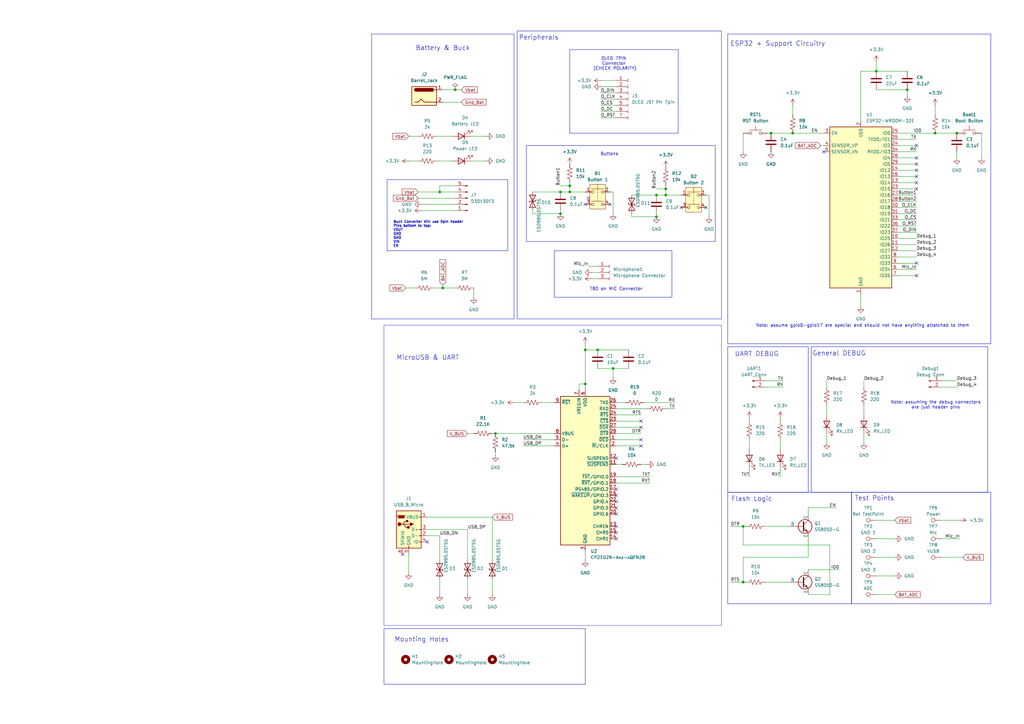
<source format=kicad_sch>
(kicad_sch (version 20231120) (generator "eeschema") (generator_version "8.0")
  (paper "A3")
  (title_block (title "ECE477 Translating Glasses") (date "2025-02-18"))
  (junction (at 229.87 87.63))
  (junction (at 240.03 157.48))
  (junction (at 180.34 78.74))
  (junction (at 240.03 143.51))
  (junction (at 383.54 54.61))
  (junction (at 304.8 215.9))
  (junction (at 251.46 151.13))
  (junction (at 359.41 29.21))
  (junction (at 392.43 54.61))
  (junction (at 186.69 36.83))
  (junction (at 269.24 88.9))
  (junction (at 372.11 36.83))
  (junction (at 269.24 80.01))
  (junction (at 273.05 77.47))
  (junction (at 233.68 76.2))
  (junction (at 229.87 78.74))
  (junction (at 245.11 143.51))
  (junction (at 325.12 54.61))
  (junction (at 304.8 238.76))
  (junction (at 181.61 118.11))
  (junction (at 203.2 177.8))
  (junction (at 233.68 78.74))
  (junction (at 316.23 54.61))
  (junction (at 273.05 80.01))
  (no_connect (at 252.73 218.44))
  (no_connect (at 252.73 187.96))
  (no_connect (at 375.92 77.47))
  (no_connect (at 337.82 62.23))
  (no_connect (at 175.26 222.25))
  (no_connect (at 375.92 74.93))
  (no_connect (at 262.89 182.88))
  (no_connect (at 262.89 180.34))
  (no_connect (at 375.92 67.31))
  (no_connect (at 240.03 83.82))
  (no_connect (at 165.1 227.33))
  (no_connect (at 375.92 113.03))
  (no_connect (at 250.19 83.82))
  (no_connect (at 252.73 200.66))
  (no_connect (at 252.73 208.28))
  (no_connect (at 279.4 85.09))
  (no_connect (at 262.89 172.72))
  (no_connect (at 252.73 205.74))
  (no_connect (at 375.92 59.69))
  (no_connect (at 289.56 85.09))
  (no_connect (at 252.73 210.82))
  (no_connect (at 375.92 64.77))
  (no_connect (at 375.92 72.39))
  (no_connect (at 241.3 81.28))
  (no_connect (at 252.73 215.9))
  (no_connect (at 375.92 69.85))
  (no_connect (at 262.89 175.26))
  (no_connect (at 375.92 107.95))
  (no_connect (at 252.73 203.2))
  (no_connect (at 252.73 220.98))
  (wire (pts (xy 368.3 95.25) (xy 375.92 95.25)))
  (wire (pts (xy 368.3 107.95) (xy 375.92 107.95)))
  (wire (pts (xy 229.87 78.74) (xy 233.68 78.74)))
  (wire (pts (xy 368.3 113.03) (xy 375.92 113.03)))
  (wire (pts (xy 246.38 45.72) (xy 252.73 45.72)))
  (wire (pts (xy 331.47 208.28) (xy 342.9 208.28)))
  (wire (pts (xy 359.41 220.98) (xy 367.03 220.98)))
  (wire (pts (xy 307.34 191.77) (xy 307.34 195.58)))
  (wire (pts (xy 339.09 156.21) (xy 339.09 158.75)))
  (wire (pts (xy 313.69 215.9) (xy 323.85 215.9)))
  (wire (pts (xy 240.03 140.97) (xy 240.03 143.51)))
  (wire (pts (xy 331.47 243.84) (xy 340.36 243.84)))
  (wire (pts (xy 233.68 74.93) (xy 233.68 76.2)))
  (wire (pts (xy 353.06 120.65) (xy 353.06 125.73)))
  (wire (pts (xy 218.44 78.74) (xy 229.87 78.74)))
  (wire (pts (xy 304.8 238.76) (xy 306.07 238.76)))
  (wire (pts (xy 304.8 228.6) (xy 304.8 238.76)))
  (wire (pts (xy 290.83 80.01) (xy 290.83 88.9)))
  (wire (pts (xy 175.26 217.17) (xy 191.77 217.17)))
  (wire (pts (xy 299.72 215.9) (xy 304.8 215.9)))
  (wire (pts (xy 203.2 177.8) (xy 227.33 177.8)))
  (wire (pts (xy 191.77 237.49) (xy 191.77 243.84)))
  (wire (pts (xy 273.05 76.2) (xy 273.05 77.47)))
  (wire (pts (xy 252.73 170.18) (xy 262.89 170.18)))
  (wire (pts (xy 269.24 77.47) (xy 273.05 77.47)))
  (wire (pts (xy 251.46 151.13) (xy 257.81 151.13)))
  (wire (pts (xy 368.3 82.55) (xy 375.92 82.55)))
  (wire (pts (xy 229.87 86.36) (xy 229.87 87.63)))
  (wire (pts (xy 180.34 76.2) (xy 180.34 78.74)))
  (wire (pts (xy 233.68 76.2) (xy 233.68 78.74)))
  (wire (pts (xy 251.46 151.13) (xy 251.46 154.94)))
  (wire (pts (xy 246.38 48.26) (xy 252.73 48.26)))
  (wire (pts (xy 186.69 36.83) (xy 189.23 36.83)))
  (wire (pts (xy 252.73 167.64) (xy 265.43 167.64)))
  (wire (pts (xy 368.3 87.63) (xy 375.92 87.63)))
  (wire (pts (xy 177.8 118.11) (xy 181.61 118.11)))
  (wire (pts (xy 307.34 180.34) (xy 307.34 184.15)))
  (wire (pts (xy 229.87 76.2) (xy 233.68 76.2)))
  (wire (pts (xy 354.33 156.21) (xy 354.33 158.75)))
  (wire (pts (xy 368.3 54.61) (xy 383.54 54.61)))
  (wire (pts (xy 172.72 83.82) (xy 186.69 83.82)))
  (wire (pts (xy 313.69 238.76) (xy 323.85 238.76)))
  (wire (pts (xy 368.3 59.69) (xy 375.92 59.69)))
  (wire (pts (xy 201.93 177.8) (xy 203.2 177.8)))
  (wire (pts (xy 386.08 213.36) (xy 393.7 213.36)))
  (wire (pts (xy 368.3 90.17) (xy 375.92 90.17)))
  (wire (pts (xy 171.45 81.28) (xy 186.69 81.28)))
  (wire (pts (xy 290.83 80.01) (xy 289.56 80.01)))
  (wire (pts (xy 181.61 36.83) (xy 186.69 36.83)))
  (wire (pts (xy 245.11 151.13) (xy 251.46 151.13)))
  (wire (pts (xy 252.73 180.34) (xy 262.89 180.34)))
  (wire (pts (xy 386.08 220.98) (xy 393.7 220.98)))
  (wire (pts (xy 386.08 228.6) (xy 394.97 228.6)))
  (wire (pts (xy 359.41 25.4) (xy 359.41 29.21)))
  (wire (pts (xy 325.12 54.61) (xy 337.82 54.61)))
  (wire (pts (xy 269.24 87.63) (xy 269.24 88.9)))
  (wire (pts (xy 331.47 233.68) (xy 344.17 233.68)))
  (wire (pts (xy 252.73 190.5) (xy 255.27 190.5)))
  (wire (pts (xy 180.34 78.74) (xy 186.69 78.74)))
  (wire (pts (xy 368.3 74.93) (xy 375.92 74.93)))
  (wire (pts (xy 354.33 166.37) (xy 354.33 170.18)))
  (wire (pts (xy 320.04 171.45) (xy 320.04 172.72)))
  (wire (pts (xy 325.12 43.18) (xy 325.12 46.99)))
  (wire (pts (xy 359.41 236.22) (xy 367.03 236.22)))
  (wire (pts (xy 339.09 166.37) (xy 339.09 170.18)))
  (wire (pts (xy 259.08 80.01) (xy 269.24 80.01)))
  (wire (pts (xy 201.93 212.09) (xy 201.93 229.87)))
  (wire (pts (xy 218.44 86.36) (xy 218.44 87.63)))
  (wire (pts (xy 359.41 243.84) (xy 367.03 243.84)))
  (wire (pts (xy 259.08 87.63) (xy 259.08 88.9)))
  (wire (pts (xy 167.64 66.04) (xy 171.45 66.04)))
  (wire (pts (xy 265.43 190.5) (xy 262.89 190.5)))
  (wire (pts (xy 181.61 116.84) (xy 181.61 118.11)))
  (wire (pts (xy 246.38 35.56) (xy 252.73 35.56)))
  (wire (pts (xy 368.3 80.01) (xy 375.92 80.01)))
  (wire (pts (xy 246.38 43.18) (xy 252.73 43.18)))
  (wire (pts (xy 314.96 54.61) (xy 316.23 54.61)))
  (wire (pts (xy 180.34 219.71) (xy 180.34 229.87)))
  (wire (pts (xy 313.69 158.75) (xy 321.31 158.75)))
  (wire (pts (xy 252.73 177.8) (xy 262.89 177.8)))
  (wire (pts (xy 246.38 38.1) (xy 252.73 38.1)))
  (wire (pts (xy 240.03 226.06) (xy 240.03 229.87)))
  (wire (pts (xy 368.3 57.15) (xy 375.92 57.15)))
  (wire (pts (xy 383.54 43.18) (xy 383.54 46.99)))
  (wire (pts (xy 368.3 100.33) (xy 375.92 100.33)))
  (wire (pts (xy 368.3 102.87) (xy 375.92 102.87)))
  (wire (pts (xy 368.3 97.79) (xy 375.92 97.79)))
  (wire (pts (xy 175.26 212.09) (xy 201.93 212.09)))
  (wire (pts (xy 237.49 157.48) (xy 240.03 157.48)))
  (wire (pts (xy 368.3 77.47) (xy 375.92 77.47)))
  (wire (pts (xy 193.04 66.04) (xy 199.39 66.04)))
  (wire (pts (xy 368.3 72.39) (xy 375.92 72.39)))
  (wire (pts (xy 191.77 177.8) (xy 194.31 177.8)))
  (wire (pts (xy 203.2 185.42) (xy 203.2 186.69)))
  (wire (pts (xy 368.3 64.77) (xy 375.92 64.77)))
  (wire (pts (xy 252.73 172.72) (xy 262.89 172.72)))
  (wire (pts (xy 368.3 62.23) (xy 375.92 62.23)))
  (wire (pts (xy 353.06 29.21) (xy 353.06 49.53)))
  (wire (pts (xy 359.41 213.36) (xy 367.03 213.36)))
  (wire (pts (xy 193.04 55.88) (xy 199.39 55.88)))
  (wire (pts (xy 402.59 54.61) (xy 402.59 64.77)))
  (wire (pts (xy 251.46 78.74) (xy 251.46 87.63)))
  (wire (pts (xy 241.3 109.22) (xy 245.11 109.22)))
  (wire (pts (xy 252.73 182.88) (xy 262.89 182.88)))
  (wire (pts (xy 320.04 180.34) (xy 320.04 184.15)))
  (wire (pts (xy 240.03 157.48) (xy 240.03 160.02)))
  (wire (pts (xy 245.11 143.51) (xy 257.81 143.51)))
  (wire (pts (xy 179.07 66.04) (xy 185.42 66.04)))
  (wire (pts (xy 368.3 69.85) (xy 375.92 69.85)))
  (wire (pts (xy 167.64 227.33) (xy 167.64 234.95)))
  (wire (pts (xy 337.82 59.69) (xy 336.55 59.69)))
  (wire (pts (xy 273.05 167.64) (xy 276.86 167.64)))
  (wire (pts (xy 339.09 177.8) (xy 339.09 181.61)))
  (wire (pts (xy 214.63 182.88) (xy 227.33 182.88)))
  (wire (pts (xy 167.64 55.88) (xy 171.45 55.88)))
  (wire (pts (xy 273.05 77.47) (xy 273.05 80.01)))
  (wire (pts (xy 233.68 78.74) (xy 240.03 78.74)))
  (wire (pts (xy 386.08 156.21) (xy 392.43 156.21)))
  (wire (pts (xy 210.82 165.1) (xy 214.63 165.1)))
  (wire (pts (xy 240.03 143.51) (xy 245.11 143.51)))
  (wire (pts (xy 246.38 33.02) (xy 252.73 33.02)))
  (wire (pts (xy 304.8 215.9) (xy 306.07 215.9)))
  (wire (pts (xy 316.23 54.61) (xy 325.12 54.61)))
  (wire (pts (xy 340.36 243.84) (xy 340.36 223.52)))
  (wire (pts (xy 386.08 158.75) (xy 392.43 158.75)))
  (wire (pts (xy 251.46 78.74) (xy 250.19 78.74)))
  (wire (pts (xy 368.3 92.71) (xy 375.92 92.71)))
  (wire (pts (xy 259.08 88.9) (xy 269.24 88.9)))
  (wire (pts (xy 252.73 198.12) (xy 266.7 198.12)))
  (wire (pts (xy 304.8 54.61) (xy 304.8 62.23)))
  (wire (pts (xy 331.47 220.98) (xy 331.47 228.6)))
  (wire (pts (xy 331.47 228.6) (xy 304.8 228.6)))
  (wire (pts (xy 246.38 40.64) (xy 252.73 40.64)))
  (wire (pts (xy 383.54 54.61) (xy 392.43 54.61)))
  (wire (pts (xy 252.73 175.26) (xy 262.89 175.26)))
  (wire (pts (xy 320.04 191.77) (xy 320.04 195.58)))
  (wire (pts (xy 240.03 143.51) (xy 240.03 157.48)))
  (wire (pts (xy 264.16 165.1) (xy 276.86 165.1)))
  (wire (pts (xy 304.8 223.52) (xy 304.8 215.9)))
  (wire (pts (xy 359.41 29.21) (xy 372.11 29.21)))
  (wire (pts (xy 242.57 111.76) (xy 245.11 111.76)))
  (wire (pts (xy 331.47 210.82) (xy 331.47 208.28)))
  (wire (pts (xy 372.11 36.83) (xy 372.11 39.37)))
  (wire (pts (xy 359.41 228.6) (xy 367.03 228.6)))
  (wire (pts (xy 368.3 85.09) (xy 375.92 85.09)))
  (wire (pts (xy 172.72 86.36) (xy 186.69 86.36)))
  (wire (pts (xy 181.61 41.91) (xy 189.23 41.91)))
  (wire (pts (xy 242.57 114.3) (xy 245.11 114.3)))
  (wire (pts (xy 252.73 195.58) (xy 266.7 195.58)))
  (wire (pts (xy 218.44 87.63) (xy 229.87 87.63)))
  (wire (pts (xy 307.34 171.45) (xy 307.34 172.72)))
  (wire (pts (xy 392.43 62.23) (xy 392.43 64.77)))
  (wire (pts (xy 252.73 165.1) (xy 256.54 165.1)))
  (wire (pts (xy 179.07 55.88) (xy 185.42 55.88)))
  (wire (pts (xy 269.24 80.01) (xy 273.05 80.01)))
  (wire (pts (xy 214.63 180.34) (xy 227.33 180.34)))
  (wire (pts (xy 186.69 76.2) (xy 180.34 76.2)))
  (wire (pts (xy 299.72 238.76) (xy 304.8 238.76)))
  (wire (pts (xy 273.05 80.01) (xy 279.4 80.01)))
  (wire (pts (xy 175.26 219.71) (xy 180.34 219.71)))
  (wire (pts (xy 359.41 36.83) (xy 372.11 36.83)))
  (wire (pts (xy 368.3 105.41) (xy 375.92 105.41)))
  (wire (pts (xy 368.3 110.49) (xy 375.92 110.49)))
  (wire (pts (xy 237.49 160.02) (xy 237.49 157.48)))
  (wire (pts (xy 201.93 237.49) (xy 201.93 243.84)))
  (wire (pts (xy 180.34 237.49) (xy 180.34 243.84)))
  (wire (pts (xy 194.31 118.11) (xy 194.31 121.92)))
  (wire (pts (xy 222.25 165.1) (xy 227.33 165.1)))
  (wire (pts (xy 313.69 156.21) (xy 321.31 156.21)))
  (wire (pts (xy 359.41 29.21) (xy 353.06 29.21)))
  (wire (pts (xy 171.45 78.74) (xy 180.34 78.74)))
  (wire (pts (xy 340.36 223.52) (xy 304.8 223.52)))
  (wire (pts (xy 181.61 118.11) (xy 186.69 118.11)))
  (wire (pts (xy 354.33 177.8) (xy 354.33 181.61)))
  (wire (pts (xy 368.3 67.31) (xy 375.92 67.31)))
  (wire (pts (xy 191.77 217.17) (xy 191.77 229.87)))
  (wire (pts (xy 166.37 118.11) (xy 170.18 118.11)))
  (rectangle (start 349.25 201.93) (end 406.4 247.65))
  (rectangle (start 332.74 142.24) (end 405.13 201.93))
  (rectangle (start 298.45 201.93) (end 349.25 247.65))
  (rectangle (start 227.33 102.87) (end 275.59 121.92))
  (rectangle (start 298.45 142.24) (end 331.47 201.93))
  (rectangle (start 215.9 59.69) (end 293.37 99.06))
  (rectangle (start 158.75 73.66) (end 208.28 102.87))
  (rectangle (start 298.45 13.97) (end 406.4 140.97))
  (rectangle (start 172.72 97.79) (end 172.72 97.79))
  (rectangle (start 233.68 20.32) (end 278.13 54.61))
  (rectangle (start 152.4 13.97) (end 210.82 130.81))
  (rectangle (start 157.48 257.81) (end 240.03 280.67))
  (rectangle (start 212.09 12.7) (end 295.91 130.81))
  (rectangle (start 157.48 133.35) (end 295.91 256.54) (stroke (width 0.127)))
  (text "Buttons" (at 249.936 63.246 0) (effects (font (size 1.27 1.27))))
  (text "Note: assume gpio0-gpio17 are special and should not have anything attatched to them" (at 353.822 133.604 0) (effects (font (size 1.27 1.27))))
  (text "Note: assuming the debug connectors\nare just header pins" (at 383.794 166.116 0) (effects (font (size 1.27 1.27))))
  (text "UART DEBUG" (at 310.388 145.288 0) (effects (font (size 1.905 1.905))))
  (text "Peripherals" (at 220.98 15.494 0) (effects (font (size 1.905 1.905))))
  (text "Mounting Holes" (at 172.974 262.382 0) (effects (font (size 1.905 1.905))))
  (text "MicroUSB & UART" (at 175.514 146.812 0) (effects (font (size 1.905 1.905))))
  (text "OLED 7PIN \nConnector \n(CHECK POLARITY)" (at 252.222 26.162 0) (effects (font (size 1.27 1.27))))
  (text "Test Points" (at 358.648 204.47 0) (effects (font (size 1.905 1.905))))
  (text "General DEBUG" (at 344.17 145.034 0) (effects (font (size 1.905 1.905))))
  (text "TBD on MIC Connector" (at 252.73 118.618 0) (effects (font (size 1.27 1.27))))
  (text "ESP32 + Support Circuitry" (at 319.024 18.034 0) (effects (font (size 1.905 1.905))))
  (text "Buck Converter Will use 5pin header\nPins bottom to top:\nVOUT\nGND\nGND\nVIN\nEN" (at 161.29 96.012 0) (effects (font (size 1.016 1.016) (thickness 0.2032) (bold yes)) (justify left)))
  (text "Battery & Buck" (at 181.61 19.812 0) (effects (font (size 1.905 1.905))))
  (text "Flash Logic" (at 308.356 204.724 0) (effects (font (size 1.905 1.905))))
  (label "RX" (at 375.92 62.23 180))
  (label "Button2" (at 375.92 82.55 180))
  (label "USB_DN" (at 180.34 219.71 0))
  (label "TX" (at 321.31 156.21 180))
  (label "TXT" (at 307.34 195.58 180))
  (label "O_DC" (at 375.92 87.63 180))
  (label "RXT" (at 320.04 195.58 180))
  (label "Debug_2" (at 354.33 156.21 0))
  (label "O_DIN" (at 246.38 38.1 0))
  (label "RX" (at 321.31 158.75 180))
  (label "Button1" (at 375.92 80.01 180))
  (label "Debug_4" (at 375.92 105.41 0))
  (label "Debug_4" (at 392.43 158.75 0))
  (label "USB_DP" (at 191.77 217.17 0))
  (label "Mic_In" (at 375.92 110.49 180))
  (label "EN" (at 342.9 208.28 180))
  (label "O_CLK" (at 375.92 85.09 180))
  (label "Debug_3" (at 392.43 156.21 0))
  (label "TX" (at 276.86 167.64 180))
  (label "RTS" (at 262.89 170.18 180))
  (label "Debug_1" (at 339.09 156.21 0))
  (label "RX" (at 276.86 165.1 180))
  (label "IO0" (at 374.65 54.61 0))
  (label "O_DC" (at 246.38 45.72 0))
  (label "O_RST" (at 375.92 92.71 180))
  (label "Debug_1" (at 375.92 97.79 0))
  (label "Debug_3" (at 375.92 102.87 0))
  (label "DTR" (at 299.72 215.9 0))
  (label "O_CS" (at 375.92 90.17 180))
  (label "O_CLK" (at 246.38 40.64 0))
  (label "Button2" (at 269.24 77.47 90))
  (label "O_RST" (at 246.38 48.26 0))
  (label "Mic_In" (at 393.7 220.98 180))
  (label "DTR" (at 262.89 177.8 180))
  (label "EN" (at 332.74 54.61 0))
  (label "USB_DN" (at 214.63 180.34 0))
  (label "RXT" (at 266.7 198.12 180))
  (label "Mic_In" (at 241.3 109.22 180))
  (label "TXT" (at 266.7 195.58 180))
  (label "Button1" (at 229.87 76.2 90))
  (label "TX" (at 375.92 57.15 180))
  (label "Debug_2" (at 375.92 100.33 0))
  (label "O_DIN" (at 375.92 95.25 180))
  (label "RTS" (at 299.72 238.76 0))
  (label "IO0" (at 344.17 233.68 180))
  (label "USB_DP" (at 214.63 182.88 0))
  (label "O_CS" (at 246.38 43.18 0))
  (global_label "V_BUS" (shape input) (at 191.77 177.8 180) (property "Intersheetrefs" "${INTERSHEET_REFS}" (effects (hide yes))))
  (global_label "Gnd_Bat" (shape input) (at 189.23 41.91 0) (property "Intersheetrefs" "${INTERSHEET_REFS}" (effects (hide yes))))
  (global_label "Vbat" (shape input) (at 166.37 118.11 180) (property "Intersheetrefs" "${INTERSHEET_REFS}" (effects (hide yes))))
  (global_label "V_BUS" (shape input) (at 394.97 228.6 0) (property "Intersheetrefs" "${INTERSHEET_REFS}" (effects (hide yes))))
  (global_label "Vbat" (shape input) (at 189.23 36.83 0) (property "Intersheetrefs" "${INTERSHEET_REFS}" (effects (hide yes))))
  (global_label "Vbat" (shape input) (at 167.64 55.88 180) (property "Intersheetrefs" "${INTERSHEET_REFS}" (effects (hide yes))))
  (global_label "Vbat" (shape input) (at 171.45 78.74 180) (property "Intersheetrefs" "${INTERSHEET_REFS}" (effects (hide yes))))
  (global_label "BAT_ADC" (shape input) (at 181.61 116.84 90) (property "Intersheetrefs" "${INTERSHEET_REFS}" (effects (hide yes))))
  (global_label "BAT_ADC" (shape input) (at 336.55 59.69 180) (property "Intersheetrefs" "${INTERSHEET_REFS}" (effects (hide yes))))
  (global_label "Vbat" (shape input) (at 367.03 213.36 0) (property "Intersheetrefs" "${INTERSHEET_REFS}" (effects (hide yes))))
  (global_label "V_BUS" (shape input) (at 201.93 212.09 0) (property "Intersheetrefs" "${INTERSHEET_REFS}" (effects (hide yes))))
  (global_label "BAT_ADC" (shape input) (at 367.03 243.84 0) (property "Intersheetrefs" "${INTERSHEET_REFS}" (effects (hide yes))))
  (global_label "Gnd_Bat" (shape input) (at 171.45 81.28 180) (property "Intersheetrefs" "${INTERSHEET_REFS}" (effects (hide yes))))
  (symbol (lib_id "Device:R_US") (at 175.26 66.04 90) (unit 1)
    (property "Reference" "R13" (at 175.26 59.69 90))
    (property "Value" "220" (at 175.26 62.23 90))
    (property "Footprint" "Resistor_SMD:R_0805_2012Metric_Pad1.20x1.40mm_HandSolder" (effects (hide yes)))
    (property "Description" "Resistor, US symbol" (effects (hide yes)))
  )
  (symbol (lib_id "Device:R_US") (at 259.08 190.5 270) (unit 1)
    (property "Reference" "R4" (at 259.08 184.15 90))
    (property "Value" "10k" (at 259.08 186.69 90))
    (property "Footprint" "Resistor_SMD:R_0805_2012Metric_Pad1.20x1.40mm_HandSolder" (effects (hide yes)))
    (property "Description" "Resistor, US symbol" (effects (hide yes)))
  )
  (symbol (lib_id "Connector:TestPoint") (at 386.08 228.6 90) (unit 1)
    (property "Reference" "TP8" (at 382.778 223.52 90))
    (property "Value" "VUSB" (at 382.778 226.06 90))
    (property "Footprint" "TestPoint:TestPoint_Keystone_5010-5014_Multipurpose" (effects (hide yes)))
    (property "Description" "test point" (effects (hide yes)))
  )
  (symbol (lib_id "power:GND") (at 269.24 88.9 0) (unit 1)
    (property "Reference" "#PWR026" (effects (hide yes)))
    (property "Value" "GND" (at 269.24 93.98 0))
    (property "Description" "Power symbol creates a global label with name \"GND\" , ground" (effects (hide yes)))
  )
  (symbol (lib_id "Switch:SW_Push") (at 397.51 54.61 0) (unit 1)
    (property "Reference" "Boot1" (at 397.51 46.99 0))
    (property "Value" "Boot Button" (at 397.51 49.53 0))
    (property "Footprint" "Button_Switch_THT:SW_PUSH_1P1T_6x3.5mm_H4.3_APEM_MJTP1243" (effects (hide yes)))
    (property "Description" "Push button switch, generic, two pins" (effects (hide yes)))
  )
  (symbol (lib_id "Device:R_US") (at 233.68 71.12 0) (unit 1)
    (property "Reference" "R11" (at 236.22 69.8499 0) (effects (justify left)))
    (property "Value" "10k" (at 236.22 72.3899 0) (effects (justify left)))
    (property "Footprint" "Resistor_SMD:R_0805_2012Metric_Pad1.20x1.40mm_HandSolder" (effects (hide yes)))
    (property "Description" "Resistor, US symbol" (effects (hide yes)))
  )
  (symbol (lib_id "power:GND") (at 201.93 243.84 0) (unit 1)
    (property "Reference" "#PWR01" (effects (hide yes)))
    (property "Value" "GND" (at 201.93 248.92 0))
    (property "Description" "Power symbol creates a global label with name \"GND\" , ground" (effects (hide yes)))
  )
  (symbol (lib_id "Connector:TestPoint") (at 359.41 220.98 90) (unit 1)
    (property "Reference" "TP2" (at 356.108 215.9 90))
    (property "Value" "GND 1" (at 356.108 218.44 90))
    (property "Footprint" "TestPoint:TestPoint_Keystone_5010-5014_Multipurpose" (effects (hide yes)))
    (property "Description" "test point" (effects (hide yes)))
  )
  (symbol (lib_id "Device:R_US") (at 218.44 165.1 270) (unit 1)
    (property "Reference" "R3" (at 218.44 158.75 90))
    (property "Value" "2k" (at 218.44 161.29 90))
    (property "Footprint" "Resistor_SMD:R_0805_2012Metric_Pad1.20x1.40mm_HandSolder" (effects (hide yes)))
    (property "Description" "Resistor, US symbol" (effects (hide yes)))
  )
  (symbol (lib_id "Device:D_TVS") (at 259.08 83.82 90) (unit 1)
    (property "Reference" "D11" (at 262.89 83.312 90) (effects (justify right)))
    (property "Value" "ESD9B5.0ST5G" (at 261.62 85.0899 0) (effects (justify left)))
    (property "Footprint" "Diode_SMD:D_SOD-923" (effects (hide yes)))
    (property "Description" "Bidirectional transient-voltage-suppression diode" (effects (hide yes)))
  )
  (symbol (lib_id "power:GND") (at 246.38 35.56 270) (unit 1)
    (property "Reference" "#PWR023" (effects (hide yes)))
    (property "Value" "GND" (at 242.57 35.5599 90) (effects (justify right)))
    (property "Description" "Power symbol creates a global label with name \"GND\" , ground" (effects (hide yes)))
  )
  (symbol (lib_id "Device:R_US") (at 260.35 165.1 270) (unit 1)
    (property "Reference" "R19" (at 260.35 158.75 90))
    (property "Value" "0" (at 260.35 161.29 90))
    (property "Footprint" "Resistor_SMD:R_0805_2012Metric_Pad1.20x1.40mm_HandSolder" (effects (hide yes)))
    (property "Description" "Resistor, US symbol" (effects (hide yes)))
  )
  (symbol (lib_id "power:+3.3V") (at 359.41 25.4 0) (unit 1)
    (property "Reference" "#PWR020" (effects (hide yes)))
    (property "Value" "+3.3V" (at 359.41 20.32 0))
    (property "Description" "Power symbol creates a global label with name \"+3.3V\"" (effects (hide yes)))
  )
  (symbol (lib_id "Device:LED") (at 189.23 66.04 180) (unit 1)
    (property "Reference" "D5" (at 190.8175 58.42 0))
    (property "Value" "Power LED" (at 190.8175 60.96 0))
    (property "Footprint" "LED_SMD:LED_0805_2012Metric_Pad1.15x1.40mm_HandSolder" (effects (hide yes)))
    (property "Description" "Light emitting diode" (effects (hide yes)))
  )
  (symbol (lib_id "Device:R_US") (at 273.05 72.39 0) (unit 1)
    (property "Reference" "R12" (at 275.59 71.1199 0) (effects (justify left)))
    (property "Value" "10k" (at 275.59 73.6599 0) (effects (justify left)))
    (property "Footprint" "Resistor_SMD:R_0805_2012Metric_Pad1.20x1.40mm_HandSolder" (effects (hide yes)))
    (property "Description" "Resistor, US symbol" (effects (hide yes)))
  )
  (symbol (lib_id "Mechanical:MountingHole") (at 201.93 270.51 0) (unit 1) (exclude_from_sim yes) (in_bom no)
    (property "Reference" "H3" (at 204.47 269.2399 0) (effects (justify left)))
    (property "Value" "MountingHole" (at 204.47 271.7799 0) (effects (justify left)))
    (property "Footprint" "MountingHole:MountingHole_2.5mm" (effects (hide yes)))
    (property "Description" "Mounting Hole without connection" (effects (hide yes)))
  )
  (symbol (lib_id "power:GND") (at 199.39 66.04 90) (unit 1)
    (property "Reference" "#PWR032" (effects (hide yes)))
    (property "Value" "GND" (at 203.2 66.0399 90) (effects (justify right)))
    (property "Description" "Power symbol creates a global label with name \"GND\" , ground" (effects (hide yes)))
  )
  (symbol (lib_id "power:GND") (at 172.72 83.82 270) (unit 1)
    (property "Reference" "#PWR041" (effects (hide yes)))
    (property "Value" "GND" (at 168.91 83.8199 90) (effects (justify right)))
    (property "Description" "Power symbol creates a global label with name \"GND\" , ground" (effects (hide yes)))
  )
  (symbol (lib_id "power:+3.3V") (at 240.03 140.97 0) (unit 1)
    (property "Reference" "#PWR08" (effects (hide yes)))
    (property "Value" "+3.3V" (at 240.03 135.89 0))
    (property "Description" "Power symbol creates a global label with name \"+3.3V\"" (effects (hide yes)))
  )
  (symbol (lib_id "power:GND") (at 304.8 62.23 0) (unit 1)
    (property "Reference" "#PWR016" (effects (hide yes)))
    (property "Value" "GND" (at 304.8 67.31 0))
    (property "Description" "Power symbol creates a global label with name \"GND\" , ground" (effects (hide yes)))
  )
  (symbol (lib_id "power:GND") (at 191.77 243.84 0) (unit 1)
    (property "Reference" "#PWR03" (effects (hide yes)))
    (property "Value" "GND" (at 191.77 248.92 0))
    (property "Description" "Power symbol creates a global label with name \"GND\" , ground" (effects (hide yes)))
  )
  (symbol (lib_id "power:+3.3V") (at 242.57 114.3 90) (unit 1)
    (property "Reference" "#PWR029" (effects (hide yes)))
    (property "Value" "+3.3V" (at 238.76 114.2999 90) (effects (justify left)))
    (property "Description" "Power symbol creates a global label with name \"+3.3V\"" (effects (hide yes)))
  )
  (symbol (lib_id "power:GND") (at 372.11 39.37 0) (unit 1)
    (property "Reference" "#PWR021" (effects (hide yes)))
    (property "Value" "GND" (at 372.11 44.45 0))
    (property "Description" "Power symbol creates a global label with name \"GND\" , ground" (effects (hide yes)))
  )
  (symbol (lib_id "Device:R_US") (at 325.12 50.8 180) (unit 1)
    (property "Reference" "R8" (at 327.66 49.5299 0) (effects (justify right)))
    (property "Value" "10k" (at 327.66 52.0699 0) (effects (justify right)))
    (property "Footprint" "Resistor_SMD:R_0805_2012Metric_Pad1.20x1.40mm_HandSolder" (effects (hide yes)))
    (property "Description" "Resistor, US symbol" (effects (hide yes)))
  )
  (symbol (lib_id "Mechanical:MountingHole") (at 166.37 270.51 0) (unit 1) (exclude_from_sim yes) (in_bom no)
    (property "Reference" "H1" (at 168.91 269.2399 0) (effects (justify left)))
    (property "Value" "MountingHole" (at 168.91 271.7799 0) (effects (justify left)))
    (property "Footprint" "MountingHole:MountingHole_2.5mm" (effects (hide yes)))
    (property "Description" "Mounting Hole without connection" (effects (hide yes)))
  )
  (symbol (lib_id "Device:LED") (at 339.09 173.99 90) (unit 1)
    (property "Reference" "D8" (at 342.9 174.3074 90) (effects (justify right)))
    (property "Value" "RX_LED" (at 342.9 176.8474 90) (effects (justify right)))
    (property "Footprint" "LED_SMD:LED_0805_2012Metric_Pad1.15x1.40mm_HandSolder" (effects (hide yes)))
    (property "Description" "Light emitting diode" (effects (hide yes)))
  )
  (symbol (lib_id "Connector:USB_B_Micro") (at 167.64 217.17 0) (unit 1)
    (property "Reference" "J1" (at 167.64 204.47 0))
    (property "Value" "USB_B_Micro" (at 167.64 207.01 0))
    (property "Footprint" "Connector_USB:USB_Micro-B_Wuerth_614105150721_Vertical" (effects (hide yes)))
    (property "Description" "USB Micro Type B connector" (effects (hide yes)))
  )
  (symbol (lib_id "Device:R_US") (at 339.09 162.56 0) (unit 1)
    (property "Reference" "R17" (at 341.63 161.2899 0) (effects (justify left)))
    (property "Value" "220" (at 341.63 163.8299 0) (effects (justify left)))
    (property "Footprint" "Resistor_SMD:R_0805_2012Metric_Pad1.20x1.40mm_HandSolder" (effects (hide yes)))
    (property "Description" "Resistor, US symbol" (effects (hide yes)))
  )
  (symbol (lib_id "Device:C") (at 269.24 83.82 0) (unit 1)
    (property "Reference" "C9" (at 273.05 82.5499 0) (effects (justify left)))
    (property "Value" "0.1uF" (at 273.05 85.0899 0) (effects (justify left)))
    (property "Footprint" "Capacitor_SMD:C_0805_2012Metric_Pad1.18x1.45mm_HandSolder" (effects (hide yes)))
    (property "Description" "Unpolarized capacitor" (effects (hide yes)))
  )
  (symbol (lib_id "Connector:TestPoint") (at 359.41 243.84 90) (unit 1)
    (property "Reference" "TP5" (at 356.108 238.76 90))
    (property "Value" "ADC" (at 356.108 241.3 90))
    (property "Footprint" "TestPoint:TestPoint_Keystone_5010-5014_Multipurpose" (effects (hide yes)))
    (property "Description" "test point" (effects (hide yes)))
  )
  (symbol (lib_id "power:GND") (at 199.39 55.88 90) (unit 1)
    (property "Reference" "#PWR013" (effects (hide yes)))
    (property "Value" "GND" (at 203.2 55.8799 90) (effects (justify right)))
    (property "Description" "Power symbol creates a global label with name \"GND\" , ground" (effects (hide yes)))
  )
  (symbol (lib_id "power:+3.3V") (at 233.68 67.31 0) (unit 1)
    (property "Reference" "#PWR031" (effects (hide yes)))
    (property "Value" "+3.3V" (at 233.68 62.23 0))
    (property "Description" "Power symbol creates a global label with name \"+3.3V\"" (effects (hide yes)))
  )
  (symbol (lib_id "Interface_USB:CP2102N-Axx-xQFN28") (at 240.03 193.04 0) (unit 1)
    (property "Reference" "U2" (at 242.2241 226.06 0) (effects (justify left)))
    (property "Value" "CP2102N-Axx-xQFN28" (at 242.2241 228.6 0) (effects (justify left)))
    (property "Footprint" "Package_DFN_QFN:QFN-28-1EP_5x5mm_P0.5mm_EP3.35x3.35mm" (effects (hide yes)))
    (property "Datasheet" "https://www.silabs.com/documents/public/data-sheets/cp2102n-datasheet.pdf" (effects (hide yes)))
    (property "Description" "USB to UART master bridge, QFN-28" (effects (hide yes)))
  )
  (symbol (lib_id "power:GND") (at 251.46 87.63 0) (unit 1)
    (property "Reference" "#PWR024" (effects (hide yes)))
    (property "Value" "GND" (at 251.46 92.71 0))
    (property "Description" "Power symbol creates a global label with name \"GND\" , ground" (effects (hide yes)))
  )
  (symbol (lib_id "power:+3.3V") (at 172.72 86.36 90) (unit 1)
    (property "Reference" "#PWR040" (effects (hide yes)))
    (property "Value" "+3.3V" (at 168.91 86.3599 90) (effects (justify left)))
    (property "Description" "Power symbol creates a global label with name \"+3.3V\"" (effects (hide yes)))
  )
  (symbol (lib_id "Device:R_US") (at 173.99 118.11 90) (unit 1)
    (property "Reference" "R6" (at 173.99 111.76 90))
    (property "Value" "6M" (at 173.99 114.3 90))
    (property "Footprint" "Resistor_SMD:R_0805_2012Metric_Pad1.20x1.40mm_HandSolder" (effects (hide yes)))
    (property "Description" "Resistor, US symbol" (effects (hide yes)))
  )
  (symbol (lib_id "Device:R_US") (at 320.04 176.53 0) (unit 1)
    (property "Reference" "R16" (at 322.58 175.2599 0) (effects (justify left)))
    (property "Value" "220" (at 322.58 177.7999 0) (effects (justify left)))
    (property "Footprint" "Resistor_SMD:R_0805_2012Metric_Pad1.20x1.40mm_HandSolder" (effects (hide yes)))
    (property "Description" "Resistor, US symbol" (effects (hide yes)))
  )
  (symbol (lib_id "power:+3.3V") (at 393.7 213.36 270) (unit 1)
    (property "Reference" "#PWR043" (effects (hide yes)))
    (property "Value" "+3.3V" (at 397.51 213.3599 90) (effects (justify left)))
    (property "Description" "Power symbol creates a global label with name \"+3.3V\"" (effects (hide yes)))
  )
  (symbol (lib_id "Connector:TestPoint") (at 359.41 213.36 90) (unit 1)
    (property "Reference" "TP1" (at 356.108 208.28 90))
    (property "Value" "Bat TestPoint" (at 356.108 210.82 90))
    (property "Footprint" "TestPoint:TestPoint_Keystone_5010-5014_Multipurpose" (effects (hide yes)))
    (property "Description" "test point" (effects (hide yes)))
  )
  (symbol (lib_id "Simulation_SPICE:NPN") (at 328.93 238.76 0) (unit 1)
    (property "Reference" "Q2" (at 334.01 237.4899 0) (effects (justify left)))
    (property "Value" "SS8050-G" (at 334.01 240.0299 0) (effects (justify left)))
    (property "Footprint" "Package_TO_SOT_SMD:SOT-23" (effects (hide yes)))
    (property "Datasheet" "https://ngspice.sourceforge.io/docs/ngspice-html-manual/manual.xhtml#cha_BJTs" (effects (hide yes)))
    (property "Description" "Bipolar transistor symbol for simulation only, substrate tied to the emitter" (effects (hide yes)))
    (property "Sim.Device" "NPN" (effects (hide yes)))
    (property "Sim.Type" "GUMMELPOON" (effects (hide yes)))
    (property "Sim.Pins" "1=C 2=B 3=E" (effects (hide yes)))
  )
  (symbol (lib_id "Device:R_US") (at 198.12 177.8 270) (unit 1)
    (property "Reference" "R1" (at 198.12 171.45 90))
    (property "Value" "22.1K" (at 198.12 173.99 90))
    (property "Footprint" "Resistor_SMD:R_0805_2012Metric_Pad1.20x1.40mm_HandSolder" (effects (hide yes)))
    (property "Description" "Resistor, US symbol" (effects (hide yes)))
  )
  (symbol (lib_id "power:+3.3V") (at 383.54 43.18 0) (unit 1)
    (property "Reference" "#PWR036" (effects (hide yes)))
    (property "Value" "+3.3V" (at 383.54 38.1 0))
    (property "Description" "Power symbol creates a global label with name \"+3.3V\"" (effects (hide yes)))
  )
  (symbol (lib_id "power:+3.3V") (at 167.64 66.04 90) (unit 1)
    (property "Reference" "#PWR039" (effects (hide yes)))
    (property "Value" "+3.3V" (at 163.83 66.0399 90) (effects (justify left)))
    (property "Description" "Power symbol creates a global label with name \"+3.3V\"" (effects (hide yes)))
  )
  (symbol (lib_id "Device:D_TVS") (at 218.44 82.55 90) (mirror x) (unit 1)
    (property "Reference" "D10" (at 221.996 83.058 90) (effects (justify right)))
    (property "Value" "ESD9B5.0ST5G" (at 220.98 81.2801 0) (effects (justify left)))
    (property "Footprint" "Diode_SMD:D_SOD-923" (effects (hide yes)))
    (property "Description" "Bidirectional transient-voltage-suppression diode" (effects (hide yes)))
  )
  (symbol (lib_id "Device:C") (at 392.43 58.42 180) (unit 1)
    (property "Reference" "C3" (at 396.24 57.1499 0) (effects (justify right)))
    (property "Value" "0.1uF" (at 396.24 59.6899 0) (effects (justify right)))
    (property "Footprint" "Capacitor_SMD:C_0805_2012Metric_Pad1.18x1.45mm_HandSolder" (effects (hide yes)))
    (property "Description" "Unpolarized capacitor" (effects (hide yes)))
  )
  (symbol (lib_id "Connector:TestPoint") (at 386.08 220.98 90) (unit 1)
    (property "Reference" "TP7" (at 382.778 215.9 90))
    (property "Value" "Mic" (at 382.778 218.44 90))
    (property "Footprint" "TestPoint:TestPoint_Keystone_5010-5014_Multipurpose" (effects (hide yes)))
    (property "Description" "test point" (effects (hide yes)))
  )
  (symbol (lib_id "power:+3.3V") (at 307.34 171.45 0) (unit 1)
    (property "Reference" "#PWR034" (effects (hide yes)))
    (property "Value" "+3.3V" (at 307.34 166.37 0))
    (property "Description" "Power symbol creates a global label with name \"+3.3V\"" (effects (hide yes)))
  )
  (symbol (lib_id "Switch:SW_Push_Dual") (at 245.11 81.28 0) (unit 1)
    (property "Reference" "B1" (at 245.11 71.12 0))
    (property "Value" "Button 1" (at 245.11 73.66 0))
    (property "Footprint" "Button_Switch_THT:SW_PUSH_6mm_H13mm" (effects (hide yes)))
    (property "Description" "Push button switch, generic, symbol, four pins" (effects (hide yes)))
  )
  (symbol (lib_id "Device:D_TVS") (at 180.34 233.68 90) (unit 1)
    (property "Reference" "D3" (at 184.15 233.172 90) (effects (justify right)))
    (property "Value" "ESD9B5.0ST5G" (at 182.88 234.9499 0) (effects (justify left)))
    (property "Footprint" "Diode_SMD:D_SOD-923" (effects (hide yes)))
    (property "Description" "Bidirectional transient-voltage-suppression diode" (effects (hide yes)))
  )
  (symbol (lib_id "power:GND") (at 290.83 88.9 0) (unit 1)
    (property "Reference" "#PWR027" (effects (hide yes)))
    (property "Value" "GND" (at 290.83 93.98 0))
    (property "Description" "Power symbol creates a global label with name \"GND\" , ground" (effects (hide yes)))
  )
  (symbol (lib_id "power:GND") (at 180.34 243.84 0) (unit 1)
    (property "Reference" "#PWR04" (effects (hide yes)))
    (property "Value" "GND" (at 180.34 248.92 0))
    (property "Description" "Power symbol creates a global label with name \"GND\" , ground" (effects (hide yes)))
  )
  (symbol (lib_id "Connector:Conn_01x03_Socket") (at 250.19 111.76 0) (unit 1)
    (property "Reference" "Microphone1" (at 251.46 110.4899 0) (effects (justify left)))
    (property "Value" "Microphone Connector" (at 251.46 113.0299 0) (effects (justify left)))
    (property "Footprint" "Connector_PinHeader_2.54mm:PinHeader_1x03_P2.54mm_Vertical" (effects (hide yes)))
    (property "Description" "Generic connector, single row, 01x03, script generated" (effects (hide yes)))
  )
  (symbol (lib_id "Device:C") (at 316.23 58.42 0) (unit 1)
    (property "Reference" "C4" (at 320.04 57.1499 0) (effects (justify left)))
    (property "Value" "0.1uF" (at 320.04 59.6899 0) (effects (justify left)))
    (property "Footprint" "Capacitor_SMD:C_0805_2012Metric_Pad1.18x1.45mm_HandSolder" (effects (hide yes)))
    (property "Description" "Unpolarized capacitor" (effects (hide yes)))
  )
  (symbol (lib_id "Connector:Conn_01x05_Pin") (at 191.77 81.28 180) (unit 1)
    (property "Reference" "J7" (at 193.04 80.0099 0) (effects (justify right)))
    (property "Value" "D30V30F3" (at 193.04 82.5499 0) (effects (justify right)))
    (property "Footprint" "Connector_PinHeader_2.54mm:PinHeader_1x05_P2.54mm_Vertical" (effects (hide yes)))
    (property "Description" "Generic connector, single row, 01x05, script generated" (effects (hide yes)))
  )
  (symbol (lib_id "power:GND") (at 203.2 186.69 0) (unit 1)
    (property "Reference" "#PWR010" (effects (hide yes)))
    (property "Value" "GND" (at 203.2 191.77 0))
    (property "Description" "Power symbol creates a global label with name \"GND\" , ground" (effects (hide yes)))
  )
  (symbol (lib_id "Device:R_US") (at 307.34 176.53 0) (unit 1)
    (property "Reference" "R15" (at 309.88 175.2599 0) (effects (justify left)))
    (property "Value" "220" (at 309.88 177.7999 0) (effects (justify left)))
    (property "Footprint" "Resistor_SMD:R_0805_2012Metric_Pad1.20x1.40mm_HandSolder" (effects (hide yes)))
    (property "Description" "Resistor, US symbol" (effects (hide yes)))
  )
  (symbol (lib_id "power:GND") (at 229.87 87.63 0) (unit 1)
    (property "Reference" "#PWR025" (effects (hide yes)))
    (property "Value" "GND" (at 229.87 92.71 0))
    (property "Description" "Power symbol creates a global label with name \"GND\" , ground" (effects (hide yes)))
  )
  (symbol (lib_id "power:GND") (at 367.03 228.6 90) (unit 1)
    (property "Reference" "#PWR07" (effects (hide yes)))
    (property "Value" "GND" (at 370.84 228.5999 90) (effects (justify right)))
    (property "Description" "Power symbol creates a global label with name \"GND\" , ground" (effects (hide yes)))
  )
  (symbol (lib_id "power:GND") (at 367.03 236.22 90) (unit 1)
    (property "Reference" "#PWR042" (effects (hide yes)))
    (property "Value" "GND" (at 370.84 236.2199 90) (effects (justify right)))
    (property "Description" "Power symbol creates a global label with name \"GND\" , ground" (effects (hide yes)))
  )
  (symbol (lib_id "power:GND") (at 316.23 62.23 0) (unit 1)
    (property "Reference" "#PWR033" (effects (hide yes)))
    (property "Value" "GND" (at 316.23 67.31 0))
    (property "Description" "Power symbol creates a global label with name \"GND\" , ground" (effects (hide yes)))
  )
  (symbol (lib_id "Device:C") (at 257.81 147.32 0) (unit 1)
    (property "Reference" "C2" (at 261.62 146.0499 0) (effects (justify left)))
    (property "Value" "0.1uF" (at 261.62 148.5899 0) (effects (justify left)))
    (property "Footprint" "Capacitor_SMD:C_0805_2012Metric_Pad1.18x1.45mm_HandSolder" (effects (hide yes)))
    (property "Description" "Unpolarized capacitor" (effects (hide yes)))
  )
  (symbol (lib_id "Device:R_US") (at 354.33 162.56 0) (unit 1)
    (property "Reference" "R18" (at 356.87 161.2899 0) (effects (justify left)))
    (property "Value" "220" (at 356.87 163.8299 0) (effects (justify left)))
    (property "Footprint" "Resistor_SMD:R_0805_2012Metric_Pad1.20x1.40mm_HandSolder" (effects (hide yes)))
    (property "Description" "Resistor, US symbol" (effects (hide yes)))
  )
  (symbol (lib_id "Connector:Conn_01x07_Socket") (at 257.81 40.64 0) (unit 1)
    (property "Reference" "J3" (at 259.08 39.3699 0) (effects (justify left)))
    (property "Value" "OLED JST PH 7pin" (at 259.08 41.9099 0) (effects (justify left)))
    (property "Footprint" "Connector_JST:JST_PH_B7B-PH-K_1x07_P2.00mm_Vertical" (effects (hide yes)))
    (property "Description" "Generic connector, single row, 01x07, script generated" (effects (hide yes)))
  )
  (symbol (lib_id "Switch:SW_Push_Dual") (at 284.48 82.55 0) (unit 1)
    (property "Reference" "B2" (at 284.48 72.39 0))
    (property "Value" "Button 2" (at 284.48 74.93 0))
    (property "Footprint" "Button_Switch_THT:SW_PUSH_6mm_H13mm" (effects (hide yes)))
    (property "Description" "Push button switch, generic, symbol, four pins" (effects (hide yes)))
  )
  (symbol (lib_id "Device:R_US") (at 269.24 167.64 270) (unit 1)
    (property "Reference" "R20" (at 269.24 161.29 90))
    (property "Value" "0" (at 269.24 163.83 90))
    (property "Footprint" "Resistor_SMD:R_0805_2012Metric_Pad1.20x1.40mm_HandSolder" (effects (hide yes)))
    (property "Description" "Resistor, US symbol" (effects (hide yes)))
  )
  (symbol (lib_id "power:+3.3V") (at 273.05 68.58 0) (unit 1)
    (property "Reference" "#PWR030" (effects (hide yes)))
    (property "Value" "+3.3V" (at 273.05 63.5 0))
    (property "Description" "Power symbol creates a global label with name \"+3.3V\"" (effects (hide yes)))
  )
  (symbol (lib_id "Device:R_US") (at 175.26 55.88 90) (unit 1)
    (property "Reference" "R5" (at 175.26 49.53 90))
    (property "Value" "2k" (at 175.26 52.07 90))
    (property "Footprint" "Resistor_SMD:R_0805_2012Metric_Pad1.20x1.40mm_HandSolder" (effects (hide yes)))
    (property "Description" "Resistor, US symbol" (effects (hide yes)))
  )
  (symbol (lib_id "power:GND") (at 265.43 190.5 90) (unit 1)
    (property "Reference" "#PWR012" (effects (hide yes)))
    (property "Value" "GND" (at 269.24 190.4999 90) (effects (justify right)))
    (property "Description" "Power symbol creates a global label with name \"GND\" , ground" (effects (hide yes)))
  )
  (symbol (lib_id "Simulation_SPICE:NPN") (at 328.93 215.9 0) (unit 1)
    (property "Reference" "Q1" (at 334.01 214.6299 0) (effects (justify left)))
    (property "Value" "SS8050-G" (at 334.01 217.1699 0) (effects (justify left)))
    (property "Footprint" "Package_TO_SOT_SMD:SOT-23" (effects (hide yes)))
    (property "Datasheet" "https://ngspice.sourceforge.io/docs/ngspice-html-manual/manual.xhtml#cha_BJTs" (effects (hide yes)))
    (property "Description" "Bipolar transistor symbol for simulation only, substrate tied to the emitter" (effects (hide yes)))
    (property "Sim.Device" "NPN" (effects (hide yes)))
    (property "Sim.Type" "GUMMELPOON" (effects (hide yes)))
    (property "Sim.Pins" "1=C 2=B 3=E" (effects (hide yes)))
  )
  (symbol (lib_id "Device:LED") (at 354.33 173.99 90) (unit 1)
    (property "Reference" "D9" (at 358.14 174.3074 90) (effects (justify right)))
    (property "Value" "RX_LED" (at 358.14 176.8474 90) (effects (justify right)))
    (property "Footprint" "LED_SMD:LED_0805_2012Metric_Pad1.15x1.40mm_HandSolder" (effects (hide yes)))
    (property "Description" "Light emitting diode" (effects (hide yes)))
  )
  (symbol (lib_id "Device:C") (at 359.41 33.02 0) (unit 1)
    (property "Reference" "C7" (at 363.22 31.7499 0) (effects (justify left)))
    (property "Value" "22uF" (at 363.22 34.2899 0) (effects (justify left)))
    (property "Footprint" "Capacitor_SMD:C_0805_2012Metric_Pad1.18x1.45mm_HandSolder" (effects (hide yes)))
    (property "Description" "Unpolarized capacitor" (effects (hide yes)))
  )
  (symbol (lib_id "power:GND") (at 367.03 220.98 90) (unit 1)
    (property "Reference" "#PWR06" (effects (hide yes)))
    (property "Value" "GND" (at 370.84 220.9799 90) (effects (justify right)))
    (property "Description" "Power symbol creates a global label with name \"GND\" , ground" (effects (hide yes)))
  )
  (symbol (lib_id "power:GND") (at 339.09 181.61 0) (unit 1)
    (property "Reference" "#PWR037" (effects (hide yes)))
    (property "Value" "GND" (at 339.09 186.69 0))
    (property "Description" "Power symbol creates a global label with name \"GND\" , ground" (effects (hide yes)))
  )
  (symbol (lib_id "power:PWR_FLAG") (at 186.69 36.83 0) (unit 1)
    (property "Reference" "#FLG01" (effects (hide yes)))
    (property "Value" "PWR_FLAG" (at 186.69 31.75 0))
    (property "Description" "Special symbol for telling ERC where power comes from" (effects (hide yes)))
  )
  (symbol (lib_id "Device:D_TVS") (at 191.77 233.68 90) (unit 1)
    (property "Reference" "D2" (at 195.58 233.172 90) (effects (justify right)))
    (property "Value" "ESD9B5.0ST5G" (at 194.31 234.9499 0) (effects (justify left)))
    (property "Footprint" "Diode_SMD:D_SOD-923" (effects (hide yes)))
    (property "Description" "Bidirectional transient-voltage-suppression diode" (effects (hide yes)))
  )
  (symbol (lib_id "power:+3.3V") (at 210.82 165.1 90) (unit 1)
    (property "Reference" "#PWR011" (effects (hide yes)))
    (property "Value" "+3.3V" (at 207.01 165.0999 90) (effects (justify left)))
    (property "Description" "Power symbol creates a global label with name \"+3.3V\"" (effects (hide yes)))
  )
  (symbol (lib_id "power:GND") (at 167.64 234.95 0) (unit 1)
    (property "Reference" "#PWR02" (effects (hide yes)))
    (property "Value" "GND" (at 167.64 240.03 0))
    (property "Description" "Power symbol creates a global label with name \"GND\" , ground" (effects (hide yes)))
  )
  (symbol (lib_id "power:GND") (at 354.33 181.61 0) (unit 1)
    (property "Reference" "#PWR038" (effects (hide yes)))
    (property "Value" "GND" (at 354.33 186.69 0))
    (property "Description" "Power symbol creates a global label with name \"GND\" , ground" (effects (hide yes)))
  )
  (symbol (lib_id "power:GND") (at 392.43 64.77 0) (unit 1)
    (property "Reference" "#PWR017" (effects (hide yes)))
    (property "Value" "GND" (at 392.43 69.85 0))
    (property "Description" "Power symbol creates a global label with name \"GND\" , ground" (effects (hide yes)))
  )
  (symbol (lib_id "Connector:Conn_01x02_Pin") (at 308.61 156.21 0) (unit 1)
    (property "Reference" "UART1" (at 309.245 151.13 0))
    (property "Value" "UART_Conn" (at 309.245 153.67 0))
    (property "Footprint" "Connector_PinHeader_2.54mm:PinHeader_1x02_P2.54mm_Vertical" (effects (hide yes)))
    (property "Description" "Generic connector, single row, 01x02, script generated" (effects (hide yes)))
  )
  (symbol (lib_id "Device:C") (at 245.11 147.32 0) (unit 1)
    (property "Reference" "C1" (at 248.92 146.0499 0) (effects (justify left)))
    (property "Value" "10uF" (at 248.92 148.5899 0) (effects (justify left)))
    (property "Footprint" "Capacitor_SMD:C_0805_2012Metric_Pad1.18x1.45mm_HandSolder" (effects (hide yes)))
    (property "Description" "Unpolarized capacitor" (effects (hide yes)))
  )
  (symbol (lib_id "Device:C") (at 229.87 82.55 0) (unit 1)
    (property "Reference" "C8" (at 233.68 81.2799 0) (effects (justify left)))
    (property "Value" "0.1uF" (at 233.68 83.8199 0) (effects (justify left)))
    (property "Footprint" "Capacitor_SMD:C_0805_2012Metric_Pad1.18x1.45mm_HandSolder" (effects (hide yes)))
    (property "Description" "Unpolarized capacitor" (effects (hide yes)))
  )
  (symbol (lib_id "power:GND") (at 251.46 154.94 0) (unit 1)
    (property "Reference" "#PWR09" (effects (hide yes)))
    (property "Value" "GND" (at 251.46 160.02 0))
    (property "Description" "Power symbol creates a global label with name \"GND\" , ground" (effects (hide yes)))
  )
  (symbol (lib_id "Device:LED") (at 307.34 187.96 90) (unit 1)
    (property "Reference" "D6" (at 311.15 188.2774 90) (effects (justify right)))
    (property "Value" "TX_LED" (at 311.15 190.8174 90) (effects (justify right)))
    (property "Footprint" "LED_SMD:LED_0805_2012Metric_Pad1.15x1.40mm_HandSolder" (effects (hide yes)))
    (property "Description" "Light emitting diode" (effects (hide yes)))
  )
  (symbol (lib_id "Connector:TestPoint") (at 359.41 236.22 90) (unit 1)
    (property "Reference" "TP4" (at 356.108 231.14 90))
    (property "Value" "GND 3" (at 356.108 233.68 90))
    (property "Footprint" "TestPoint:TestPoint_Keystone_5010-5014_Multipurpose" (effects (hide yes)))
    (property "Description" "test point" (effects (hide yes)))
  )
  (symbol (lib_id "power:GND") (at 353.06 125.73 0) (unit 1)
    (property "Reference" "#PWR019" (effects (hide yes)))
    (property "Value" "GND" (at 353.06 130.81 0))
    (property "Description" "Power symbol creates a global label with name \"GND\" , ground" (effects (hide yes)))
  )
  (symbol (lib_id "power:GND") (at 194.31 121.92 0) (unit 1)
    (property "Reference" "#PWR014" (effects (hide yes)))
    (property "Value" "GND" (at 194.31 127 0))
    (property "Description" "Power symbol creates a global label with name \"GND\" , ground" (effects (hide yes)))
  )
  (symbol (lib_id "Device:R_US") (at 190.5 118.11 90) (unit 1)
    (property "Reference" "R7" (at 190.5 111.76 90))
    (property "Value" "3M" (at 190.5 114.3 90))
    (property "Footprint" "Resistor_SMD:R_0805_2012Metric_Pad1.20x1.40mm_HandSolder" (effects (hide yes)))
    (property "Description" "Resistor, US symbol" (effects (hide yes)))
  )
  (symbol (lib_id "power:GND") (at 242.57 111.76 270) (unit 1)
    (property "Reference" "#PWR028" (effects (hide yes)))
    (property "Value" "GND" (at 238.76 111.7599 90) (effects (justify right)))
    (property "Description" "Power symbol creates a global label with name \"GND\" , ground" (effects (hide yes)))
  )
  (symbol (lib_id "Connector:Barrel_Jack") (at 173.99 39.37 0) (unit 1)
    (property "Reference" "J2" (at 173.99 30.48 0))
    (property "Value" "Barrel_Jack" (at 173.99 33.02 0))
    (property "Footprint" "Connector_BarrelJack:BarrelJack_Wuerth_6941xx301002" (effects (hide yes)))
    (property "Description" "DC Barrel Jack" (effects (hide yes)))
  )
  (symbol (lib_id "Device:LED") (at 189.23 55.88 180) (unit 1)
    (property "Reference" "D4" (at 190.8175 48.26 0))
    (property "Value" "Battery LED" (at 190.8175 50.8 0))
    (property "Footprint" "LED_SMD:LED_0805_2012Metric_Pad1.15x1.40mm_HandSolder" (effects (hide yes)))
    (property "Description" "Light emitting diode" (effects (hide yes)))
  )
  (symbol (lib_id "Connector:TestPoint") (at 359.41 228.6 90) (unit 1)
    (property "Reference" "TP3" (at 356.108 223.52 90))
    (property "Value" "GND 2" (at 356.108 226.06 90))
    (property "Footprint" "TestPoint:TestPoint_Keystone_5010-5014_Multipurpose" (effects (hide yes)))
    (property "Description" "test point" (effects (hide yes)))
  )
  (symbol (lib_id "power:GND") (at 402.59 64.77 0) (unit 1)
    (property "Reference" "#PWR015" (effects (hide yes)))
    (property "Value" "GND" (at 402.59 69.85 0))
    (property "Description" "Power symbol creates a global label with name \"GND\" , ground" (effects (hide yes)))
  )
  (symbol (lib_id "Device:R_US") (at 309.88 215.9 270) (unit 1)
    (property "Reference" "R9" (at 309.88 209.55 90))
    (property "Value" "10k" (at 309.88 212.09 90))
    (property "Footprint" "Resistor_SMD:R_0805_2012Metric_Pad1.20x1.40mm_HandSolder" (effects (hide yes)))
    (property "Description" "Resistor, US symbol" (effects (hide yes)))
  )
  (symbol (lib_id "Device:D_TVS") (at 201.93 233.68 90) (unit 1)
    (property "Reference" "D1" (at 205.74 233.172 90) (effects (justify right)))
    (property "Value" "ESD9B5.0ST5G" (at 204.47 234.9499 0) (effects (justify left)))
    (property "Footprint" "Diode_SMD:D_SOD-923" (effects (hide yes)))
    (property "Description" "Bidirectional transient-voltage-suppression diode" (effects (hide yes)))
  )
  (symbol (lib_id "Mechanical:MountingHole") (at 184.15 270.51 0) (unit 1) (exclude_from_sim yes) (in_bom no)
    (property "Reference" "H2" (at 186.69 269.2399 0) (effects (justify left)))
    (property "Value" "MountingHole" (at 186.69 271.7799 0) (effects (justify left)))
    (property "Footprint" "MountingHole:MountingHole_2.5mm" (effects (hide yes)))
    (property "Description" "Mounting Hole without connection" (effects (hide yes)))
  )
  (symbol (lib_id "Device:LED") (at 320.04 187.96 90) (unit 1)
    (property "Reference" "D7" (at 323.85 188.2774 90) (effects (justify right)))
    (property "Value" "RX_LED" (at 323.85 190.8174 90) (effects (justify right)))
    (property "Footprint" "LED_SMD:LED_0805_2012Metric_Pad1.15x1.40mm_HandSolder" (effects (hide yes)))
    (property "Description" "Light emitting diode" (effects (hide yes)))
  )
  (symbol (lib_id "Connector:Conn_01x02_Pin") (at 381 156.21 0) (unit 1)
    (property "Reference" "Debug1" (at 381.635 151.13 0))
    (property "Value" "Debug Conn" (at 381.635 153.67 0))
    (property "Footprint" "Connector_PinHeader_2.54mm:PinHeader_1x02_P2.54mm_Vertical" (effects (hide yes)))
    (property "Description" "Generic connector, single row, 01x02, script generated" (effects (hide yes)))
  )
  (symbol (lib_id "Device:R_US") (at 203.2 181.61 0) (unit 1)
    (property "Reference" "R2" (at 205.74 180.3399 0) (effects (justify left)))
    (property "Value" "47.5k" (at 205.74 182.8799 0) (effects (justify left)))
    (property "Footprint" "Resistor_SMD:R_0805_2012Metric_Pad1.20x1.40mm_HandSolder" (effects (hide yes)))
    (property "Description" "Resistor, US symbol" (effects (hide yes)))
  )
  (symbol (lib_id "power:+3.3V") (at 320.04 171.45 0) (unit 1)
    (property "Reference" "#PWR035" (effects (hide yes)))
    (property "Value" "+3.3V" (at 320.04 166.37 0))
    (property "Description" "Power symbol creates a global label with name \"+3.3V\"" (effects (hide yes)))
  )
  (symbol (lib_id "Switch:SW_Push") (at 309.88 54.61 0) (unit 1)
    (property "Reference" "RST1" (at 309.88 46.99 0))
    (property "Value" "RST Button" (at 309.88 49.53 0))
    (property "Footprint" "Button_Switch_THT:SW_PUSH_1P1T_6x3.5mm_H4.3_APEM_MJTP1243" (effects (hide yes)))
    (property "Description" "Push button switch, generic, two pins" (effects (hide yes)))
  )
  (symbol (lib_id "Device:R_US") (at 309.88 238.76 270) (unit 1)
    (property "Reference" "R10" (at 309.88 232.41 90))
    (property "Value" "10k" (at 309.88 234.95 90))
    (property "Footprint" "Resistor_SMD:R_0805_2012Metric_Pad1.20x1.40mm_HandSolder" (effects (hide yes)))
    (property "Description" "Resistor, US symbol" (effects (hide yes)))
  )
  (symbol (lib_id "RF_Module:ESP32-WROOM-32E") (at 353.06 85.09 0) (unit 1)
    (property "Reference" "U1" (at 355.2541 46.99 0) (effects (justify left)))
    (property "Value" "ESP32-WROOM-32E" (at 355.2541 49.53 0) (effects (justify left)))
    (property "Footprint" "RF_Module:ESP32-WROOM-32D" (effects (hide yes)))
    (property "Datasheet" "https://www.espressif.com/sites/default/files/documentation/esp32-wroom-32e_esp32-wroom-32ue_datasheet_en.pdf" (effects (hide yes)))
    (property "Description" "RF Module, ESP32-D0WD-V3 SoC, without PSRAM, Wi-Fi 802.11b/g/n, Bluetooth, BLE, 32-bit, 2.7-3.6V, onboard antenna, SMD" (effects (hide yes)))
  )
  (symbol (lib_id "power:+3.3V") (at 246.38 33.02 90) (unit 1)
    (property "Reference" "#PWR022" (effects (hide yes)))
    (property "Value" "+3.3V" (at 242.57 33.0199 90) (effects (justify left)))
    (property "Description" "Power symbol creates a global label with name \"+3.3V\"" (effects (hide yes)))
  )
  (symbol (lib_id "Device:C") (at 372.11 33.02 0) (unit 1)
    (property "Reference" "C6" (at 375.92 31.7499 0) (effects (justify left)))
    (property "Value" "0.1uF" (at 375.92 34.2899 0) (effects (justify left)))
    (property "Footprint" "Capacitor_SMD:C_0805_2012Metric_Pad1.18x1.45mm_HandSolder" (effects (hide yes)))
    (property "Description" "Unpolarized capacitor" (effects (hide yes)))
  )
  (symbol (lib_id "Connector:TestPoint") (at 386.08 213.36 90) (unit 1)
    (property "Reference" "TP6" (at 382.778 208.28 90))
    (property "Value" "Power" (at 382.778 210.82 90))
    (property "Footprint" "TestPoint:TestPoint_Keystone_5010-5014_Multipurpose" (effects (hide yes)))
    (property "Description" "test point" (effects (hide yes)))
  )
  (symbol (lib_id "Device:R_US") (at 383.54 50.8 180) (unit 1)
    (property "Reference" "R14" (at 386.08 49.5299 0) (effects (justify right)))
    (property "Value" "10k" (at 386.08 52.0699 0) (effects (justify right)))
    (property "Footprint" "Resistor_SMD:R_0805_2012Metric_Pad1.20x1.40mm_HandSolder" (effects (hide yes)))
    (property "Description" "Resistor, US symbol" (effects (hide yes)))
  )
  (symbol (lib_id "power:+3.3V") (at 325.12 43.18 0) (unit 1)
    (property "Reference" "#PWR018" (effects (hide yes)))
    (property "Value" "+3.3V" (at 325.12 38.1 0))
    (property "Description" "Power symbol creates a global label with name \"+3.3V\"" (effects (hide yes)))
  )
  (symbol (lib_id "power:GND") (at 240.03 229.87 0) (unit 1)
    (property "Reference" "#PWR05" (effects (hide yes)))
    (property "Value" "GND" (at 240.03 234.95 0))
    (property "Description" "Power symbol creates a global label with name \"GND\" , ground" (effects (hide yes)))
  )
)
</source>
